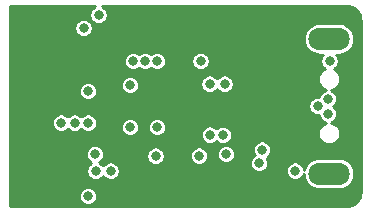
<source format=gbr>
G04 #@! TF.GenerationSoftware,KiCad,Pcbnew,5.1.6-c6e7f7d~86~ubuntu20.04.1*
G04 #@! TF.CreationDate,2020-05-29T14:13:17+02:00*
G04 #@! TF.ProjectId,atari-usb,61746172-692d-4757-9362-2e6b69636164,rev?*
G04 #@! TF.SameCoordinates,Original*
G04 #@! TF.FileFunction,Copper,L3,Inr*
G04 #@! TF.FilePolarity,Positive*
%FSLAX46Y46*%
G04 Gerber Fmt 4.6, Leading zero omitted, Abs format (unit mm)*
G04 Created by KiCad (PCBNEW 5.1.6-c6e7f7d~86~ubuntu20.04.1) date 2020-05-29 14:13:17*
%MOMM*%
%LPD*%
G01*
G04 APERTURE LIST*
G04 #@! TA.AperFunction,ViaPad*
%ADD10O,3.500000X1.900000*%
G04 #@! TD*
G04 #@! TA.AperFunction,ViaPad*
%ADD11C,0.800000*%
G04 #@! TD*
G04 #@! TA.AperFunction,Conductor*
%ADD12C,0.254000*%
G04 #@! TD*
G04 APERTURE END LIST*
D10*
X149310000Y-90155000D03*
X149310000Y-78755000D03*
D11*
X149225000Y-85090000D03*
X149225000Y-83820000D03*
X148336000Y-84455000D03*
X140462000Y-82550000D03*
X126619000Y-85852000D03*
X128905000Y-92075000D03*
X129794000Y-76708000D03*
X132715012Y-80645000D03*
X139192000Y-82550000D03*
X130810000Y-89916000D03*
X146431000Y-89916000D03*
X149352000Y-80645000D03*
X134620000Y-88646000D03*
X138303000Y-88646000D03*
X126619000Y-83185000D03*
X133604000Y-76708000D03*
X144018000Y-76835000D03*
X143129000Y-76835000D03*
X144780000Y-92075000D03*
X130556000Y-90932000D03*
X143891000Y-79375000D03*
X140589000Y-88519000D03*
X134747000Y-80645000D03*
X129540000Y-89916000D03*
X129474998Y-88519000D03*
X133735653Y-80649653D03*
X127762000Y-85852000D03*
X128905000Y-85852000D03*
X128905000Y-83185000D03*
X128524000Y-77851000D03*
X132461000Y-82677000D03*
X134747000Y-86233000D03*
X139207997Y-86868012D03*
X132461000Y-86233000D03*
X143383000Y-89281000D03*
X140308961Y-86882423D03*
X143637000Y-88138000D03*
X138430000Y-80645000D03*
D12*
G36*
X129424058Y-76015887D02*
G01*
X129296141Y-76101358D01*
X129187358Y-76210141D01*
X129101887Y-76338058D01*
X129043013Y-76480191D01*
X129013000Y-76631078D01*
X129013000Y-76784922D01*
X129043013Y-76935809D01*
X129101887Y-77077942D01*
X129187358Y-77205859D01*
X129296141Y-77314642D01*
X129424058Y-77400113D01*
X129566191Y-77458987D01*
X129717078Y-77489000D01*
X129870922Y-77489000D01*
X130021809Y-77458987D01*
X130163942Y-77400113D01*
X130291859Y-77314642D01*
X130400642Y-77205859D01*
X130486113Y-77077942D01*
X130544987Y-76935809D01*
X130575000Y-76784922D01*
X130575000Y-76631078D01*
X130544987Y-76480191D01*
X130486113Y-76338058D01*
X130400642Y-76210141D01*
X130291859Y-76101358D01*
X130163942Y-76015887D01*
X130055576Y-75971000D01*
X150729146Y-75971000D01*
X150990442Y-75996620D01*
X151222693Y-76066741D01*
X151436897Y-76180636D01*
X151624898Y-76333966D01*
X151779537Y-76520892D01*
X151894925Y-76734297D01*
X151966664Y-76966050D01*
X151994000Y-77226133D01*
X151994001Y-91674136D01*
X151968380Y-91935442D01*
X151898260Y-92167692D01*
X151784368Y-92381891D01*
X151631036Y-92569896D01*
X151444109Y-92724536D01*
X151230702Y-92839925D01*
X150998951Y-92911664D01*
X150738867Y-92939000D01*
X122326000Y-92939000D01*
X122326000Y-91998078D01*
X128124000Y-91998078D01*
X128124000Y-92151922D01*
X128154013Y-92302809D01*
X128212887Y-92444942D01*
X128298358Y-92572859D01*
X128407141Y-92681642D01*
X128535058Y-92767113D01*
X128677191Y-92825987D01*
X128828078Y-92856000D01*
X128981922Y-92856000D01*
X129132809Y-92825987D01*
X129274942Y-92767113D01*
X129402859Y-92681642D01*
X129511642Y-92572859D01*
X129597113Y-92444942D01*
X129655987Y-92302809D01*
X129686000Y-92151922D01*
X129686000Y-91998078D01*
X129655987Y-91847191D01*
X129597113Y-91705058D01*
X129511642Y-91577141D01*
X129402859Y-91468358D01*
X129274942Y-91382887D01*
X129132809Y-91324013D01*
X128981922Y-91294000D01*
X128828078Y-91294000D01*
X128677191Y-91324013D01*
X128535058Y-91382887D01*
X128407141Y-91468358D01*
X128298358Y-91577141D01*
X128212887Y-91705058D01*
X128154013Y-91847191D01*
X128124000Y-91998078D01*
X122326000Y-91998078D01*
X122326000Y-88442078D01*
X128693998Y-88442078D01*
X128693998Y-88595922D01*
X128724011Y-88746809D01*
X128782885Y-88888942D01*
X128868356Y-89016859D01*
X128977139Y-89125642D01*
X129105056Y-89211113D01*
X129156984Y-89232623D01*
X129042141Y-89309358D01*
X128933358Y-89418141D01*
X128847887Y-89546058D01*
X128789013Y-89688191D01*
X128759000Y-89839078D01*
X128759000Y-89992922D01*
X128789013Y-90143809D01*
X128847887Y-90285942D01*
X128933358Y-90413859D01*
X129042141Y-90522642D01*
X129170058Y-90608113D01*
X129312191Y-90666987D01*
X129463078Y-90697000D01*
X129616922Y-90697000D01*
X129767809Y-90666987D01*
X129909942Y-90608113D01*
X130037859Y-90522642D01*
X130146642Y-90413859D01*
X130175000Y-90371418D01*
X130203358Y-90413859D01*
X130312141Y-90522642D01*
X130440058Y-90608113D01*
X130582191Y-90666987D01*
X130733078Y-90697000D01*
X130886922Y-90697000D01*
X131037809Y-90666987D01*
X131179942Y-90608113D01*
X131307859Y-90522642D01*
X131416642Y-90413859D01*
X131502113Y-90285942D01*
X131560987Y-90143809D01*
X131591000Y-89992922D01*
X131591000Y-89839078D01*
X131560987Y-89688191D01*
X131502113Y-89546058D01*
X131416642Y-89418141D01*
X131307859Y-89309358D01*
X131179942Y-89223887D01*
X131037809Y-89165013D01*
X130886922Y-89135000D01*
X130733078Y-89135000D01*
X130582191Y-89165013D01*
X130440058Y-89223887D01*
X130312141Y-89309358D01*
X130203358Y-89418141D01*
X130175000Y-89460582D01*
X130146642Y-89418141D01*
X130037859Y-89309358D01*
X129909942Y-89223887D01*
X129858014Y-89202377D01*
X129972857Y-89125642D01*
X130081640Y-89016859D01*
X130167111Y-88888942D01*
X130225985Y-88746809D01*
X130255998Y-88595922D01*
X130255998Y-88569078D01*
X133839000Y-88569078D01*
X133839000Y-88722922D01*
X133869013Y-88873809D01*
X133927887Y-89015942D01*
X134013358Y-89143859D01*
X134122141Y-89252642D01*
X134250058Y-89338113D01*
X134392191Y-89396987D01*
X134543078Y-89427000D01*
X134696922Y-89427000D01*
X134847809Y-89396987D01*
X134989942Y-89338113D01*
X135117859Y-89252642D01*
X135226642Y-89143859D01*
X135312113Y-89015942D01*
X135370987Y-88873809D01*
X135401000Y-88722922D01*
X135401000Y-88569078D01*
X137522000Y-88569078D01*
X137522000Y-88722922D01*
X137552013Y-88873809D01*
X137610887Y-89015942D01*
X137696358Y-89143859D01*
X137805141Y-89252642D01*
X137933058Y-89338113D01*
X138075191Y-89396987D01*
X138226078Y-89427000D01*
X138379922Y-89427000D01*
X138530809Y-89396987D01*
X138672942Y-89338113D01*
X138800859Y-89252642D01*
X138909642Y-89143859D01*
X138995113Y-89015942D01*
X139053987Y-88873809D01*
X139084000Y-88722922D01*
X139084000Y-88569078D01*
X139058739Y-88442078D01*
X139808000Y-88442078D01*
X139808000Y-88595922D01*
X139838013Y-88746809D01*
X139896887Y-88888942D01*
X139982358Y-89016859D01*
X140091141Y-89125642D01*
X140219058Y-89211113D01*
X140361191Y-89269987D01*
X140512078Y-89300000D01*
X140665922Y-89300000D01*
X140816809Y-89269987D01*
X140958942Y-89211113D01*
X140969470Y-89204078D01*
X142602000Y-89204078D01*
X142602000Y-89357922D01*
X142632013Y-89508809D01*
X142690887Y-89650942D01*
X142776358Y-89778859D01*
X142885141Y-89887642D01*
X143013058Y-89973113D01*
X143155191Y-90031987D01*
X143306078Y-90062000D01*
X143459922Y-90062000D01*
X143610809Y-90031987D01*
X143752942Y-89973113D01*
X143880859Y-89887642D01*
X143929423Y-89839078D01*
X145650000Y-89839078D01*
X145650000Y-89992922D01*
X145680013Y-90143809D01*
X145738887Y-90285942D01*
X145824358Y-90413859D01*
X145933141Y-90522642D01*
X146061058Y-90608113D01*
X146203191Y-90666987D01*
X146354078Y-90697000D01*
X146507922Y-90697000D01*
X146658809Y-90666987D01*
X146800942Y-90608113D01*
X146928859Y-90522642D01*
X147037642Y-90413859D01*
X147123113Y-90285942D01*
X147173480Y-90164345D01*
X147198259Y-90415922D01*
X147274367Y-90666816D01*
X147397959Y-90898042D01*
X147564287Y-91100713D01*
X147766958Y-91267041D01*
X147998184Y-91390633D01*
X148249078Y-91466741D01*
X148444615Y-91486000D01*
X150175385Y-91486000D01*
X150370922Y-91466741D01*
X150621816Y-91390633D01*
X150853042Y-91267041D01*
X151055713Y-91100713D01*
X151222041Y-90898042D01*
X151345633Y-90666816D01*
X151421741Y-90415922D01*
X151447440Y-90155000D01*
X151421741Y-89894078D01*
X151345633Y-89643184D01*
X151222041Y-89411958D01*
X151055713Y-89209287D01*
X150853042Y-89042959D01*
X150621816Y-88919367D01*
X150370922Y-88843259D01*
X150175385Y-88824000D01*
X148444615Y-88824000D01*
X148249078Y-88843259D01*
X147998184Y-88919367D01*
X147766958Y-89042959D01*
X147564287Y-89209287D01*
X147397959Y-89411958D01*
X147274367Y-89643184D01*
X147212000Y-89848780D01*
X147212000Y-89839078D01*
X147181987Y-89688191D01*
X147123113Y-89546058D01*
X147037642Y-89418141D01*
X146928859Y-89309358D01*
X146800942Y-89223887D01*
X146658809Y-89165013D01*
X146507922Y-89135000D01*
X146354078Y-89135000D01*
X146203191Y-89165013D01*
X146061058Y-89223887D01*
X145933141Y-89309358D01*
X145824358Y-89418141D01*
X145738887Y-89546058D01*
X145680013Y-89688191D01*
X145650000Y-89839078D01*
X143929423Y-89839078D01*
X143989642Y-89778859D01*
X144075113Y-89650942D01*
X144133987Y-89508809D01*
X144164000Y-89357922D01*
X144164000Y-89204078D01*
X144133987Y-89053191D01*
X144075113Y-88911058D01*
X144016680Y-88823606D01*
X144134859Y-88744642D01*
X144243642Y-88635859D01*
X144329113Y-88507942D01*
X144387987Y-88365809D01*
X144418000Y-88214922D01*
X144418000Y-88061078D01*
X144387987Y-87910191D01*
X144329113Y-87768058D01*
X144243642Y-87640141D01*
X144134859Y-87531358D01*
X144006942Y-87445887D01*
X143864809Y-87387013D01*
X143713922Y-87357000D01*
X143560078Y-87357000D01*
X143409191Y-87387013D01*
X143267058Y-87445887D01*
X143139141Y-87531358D01*
X143030358Y-87640141D01*
X142944887Y-87768058D01*
X142886013Y-87910191D01*
X142856000Y-88061078D01*
X142856000Y-88214922D01*
X142886013Y-88365809D01*
X142944887Y-88507942D01*
X143003320Y-88595394D01*
X142885141Y-88674358D01*
X142776358Y-88783141D01*
X142690887Y-88911058D01*
X142632013Y-89053191D01*
X142602000Y-89204078D01*
X140969470Y-89204078D01*
X141086859Y-89125642D01*
X141195642Y-89016859D01*
X141281113Y-88888942D01*
X141339987Y-88746809D01*
X141370000Y-88595922D01*
X141370000Y-88442078D01*
X141339987Y-88291191D01*
X141281113Y-88149058D01*
X141195642Y-88021141D01*
X141086859Y-87912358D01*
X140958942Y-87826887D01*
X140816809Y-87768013D01*
X140665922Y-87738000D01*
X140512078Y-87738000D01*
X140361191Y-87768013D01*
X140219058Y-87826887D01*
X140091141Y-87912358D01*
X139982358Y-88021141D01*
X139896887Y-88149058D01*
X139838013Y-88291191D01*
X139808000Y-88442078D01*
X139058739Y-88442078D01*
X139053987Y-88418191D01*
X138995113Y-88276058D01*
X138909642Y-88148141D01*
X138800859Y-88039358D01*
X138672942Y-87953887D01*
X138530809Y-87895013D01*
X138379922Y-87865000D01*
X138226078Y-87865000D01*
X138075191Y-87895013D01*
X137933058Y-87953887D01*
X137805141Y-88039358D01*
X137696358Y-88148141D01*
X137610887Y-88276058D01*
X137552013Y-88418191D01*
X137522000Y-88569078D01*
X135401000Y-88569078D01*
X135370987Y-88418191D01*
X135312113Y-88276058D01*
X135226642Y-88148141D01*
X135117859Y-88039358D01*
X134989942Y-87953887D01*
X134847809Y-87895013D01*
X134696922Y-87865000D01*
X134543078Y-87865000D01*
X134392191Y-87895013D01*
X134250058Y-87953887D01*
X134122141Y-88039358D01*
X134013358Y-88148141D01*
X133927887Y-88276058D01*
X133869013Y-88418191D01*
X133839000Y-88569078D01*
X130255998Y-88569078D01*
X130255998Y-88442078D01*
X130225985Y-88291191D01*
X130167111Y-88149058D01*
X130081640Y-88021141D01*
X129972857Y-87912358D01*
X129844940Y-87826887D01*
X129702807Y-87768013D01*
X129551920Y-87738000D01*
X129398076Y-87738000D01*
X129247189Y-87768013D01*
X129105056Y-87826887D01*
X128977139Y-87912358D01*
X128868356Y-88021141D01*
X128782885Y-88149058D01*
X128724011Y-88291191D01*
X128693998Y-88442078D01*
X122326000Y-88442078D01*
X122326000Y-85775078D01*
X125838000Y-85775078D01*
X125838000Y-85928922D01*
X125868013Y-86079809D01*
X125926887Y-86221942D01*
X126012358Y-86349859D01*
X126121141Y-86458642D01*
X126249058Y-86544113D01*
X126391191Y-86602987D01*
X126542078Y-86633000D01*
X126695922Y-86633000D01*
X126846809Y-86602987D01*
X126988942Y-86544113D01*
X127116859Y-86458642D01*
X127190500Y-86385001D01*
X127264141Y-86458642D01*
X127392058Y-86544113D01*
X127534191Y-86602987D01*
X127685078Y-86633000D01*
X127838922Y-86633000D01*
X127989809Y-86602987D01*
X128131942Y-86544113D01*
X128259859Y-86458642D01*
X128333500Y-86385001D01*
X128407141Y-86458642D01*
X128535058Y-86544113D01*
X128677191Y-86602987D01*
X128828078Y-86633000D01*
X128981922Y-86633000D01*
X129132809Y-86602987D01*
X129274942Y-86544113D01*
X129402859Y-86458642D01*
X129511642Y-86349859D01*
X129597113Y-86221942D01*
X129624395Y-86156078D01*
X131680000Y-86156078D01*
X131680000Y-86309922D01*
X131710013Y-86460809D01*
X131768887Y-86602942D01*
X131854358Y-86730859D01*
X131963141Y-86839642D01*
X132091058Y-86925113D01*
X132233191Y-86983987D01*
X132384078Y-87014000D01*
X132537922Y-87014000D01*
X132688809Y-86983987D01*
X132830942Y-86925113D01*
X132958859Y-86839642D01*
X133067642Y-86730859D01*
X133153113Y-86602942D01*
X133211987Y-86460809D01*
X133242000Y-86309922D01*
X133242000Y-86156078D01*
X133966000Y-86156078D01*
X133966000Y-86309922D01*
X133996013Y-86460809D01*
X134054887Y-86602942D01*
X134140358Y-86730859D01*
X134249141Y-86839642D01*
X134377058Y-86925113D01*
X134519191Y-86983987D01*
X134670078Y-87014000D01*
X134823922Y-87014000D01*
X134974809Y-86983987D01*
X135116942Y-86925113D01*
X135244859Y-86839642D01*
X135293411Y-86791090D01*
X138426997Y-86791090D01*
X138426997Y-86944934D01*
X138457010Y-87095821D01*
X138515884Y-87237954D01*
X138601355Y-87365871D01*
X138710138Y-87474654D01*
X138838055Y-87560125D01*
X138980188Y-87618999D01*
X139131075Y-87649012D01*
X139284919Y-87649012D01*
X139435806Y-87618999D01*
X139577939Y-87560125D01*
X139705856Y-87474654D01*
X139751274Y-87429237D01*
X139811102Y-87489065D01*
X139939019Y-87574536D01*
X140081152Y-87633410D01*
X140232039Y-87663423D01*
X140385883Y-87663423D01*
X140536770Y-87633410D01*
X140678903Y-87574536D01*
X140806820Y-87489065D01*
X140915603Y-87380282D01*
X141001074Y-87252365D01*
X141059948Y-87110232D01*
X141089961Y-86959345D01*
X141089961Y-86805501D01*
X141059948Y-86654614D01*
X141001074Y-86512481D01*
X140915603Y-86384564D01*
X140806820Y-86275781D01*
X140678903Y-86190310D01*
X140536770Y-86131436D01*
X140385883Y-86101423D01*
X140232039Y-86101423D01*
X140081152Y-86131436D01*
X139939019Y-86190310D01*
X139811102Y-86275781D01*
X139765685Y-86321199D01*
X139705856Y-86261370D01*
X139577939Y-86175899D01*
X139435806Y-86117025D01*
X139284919Y-86087012D01*
X139131075Y-86087012D01*
X138980188Y-86117025D01*
X138838055Y-86175899D01*
X138710138Y-86261370D01*
X138601355Y-86370153D01*
X138515884Y-86498070D01*
X138457010Y-86640203D01*
X138426997Y-86791090D01*
X135293411Y-86791090D01*
X135353642Y-86730859D01*
X135439113Y-86602942D01*
X135497987Y-86460809D01*
X135528000Y-86309922D01*
X135528000Y-86156078D01*
X135497987Y-86005191D01*
X135439113Y-85863058D01*
X135353642Y-85735141D01*
X135244859Y-85626358D01*
X135116942Y-85540887D01*
X134974809Y-85482013D01*
X134823922Y-85452000D01*
X134670078Y-85452000D01*
X134519191Y-85482013D01*
X134377058Y-85540887D01*
X134249141Y-85626358D01*
X134140358Y-85735141D01*
X134054887Y-85863058D01*
X133996013Y-86005191D01*
X133966000Y-86156078D01*
X133242000Y-86156078D01*
X133211987Y-86005191D01*
X133153113Y-85863058D01*
X133067642Y-85735141D01*
X132958859Y-85626358D01*
X132830942Y-85540887D01*
X132688809Y-85482013D01*
X132537922Y-85452000D01*
X132384078Y-85452000D01*
X132233191Y-85482013D01*
X132091058Y-85540887D01*
X131963141Y-85626358D01*
X131854358Y-85735141D01*
X131768887Y-85863058D01*
X131710013Y-86005191D01*
X131680000Y-86156078D01*
X129624395Y-86156078D01*
X129655987Y-86079809D01*
X129686000Y-85928922D01*
X129686000Y-85775078D01*
X129655987Y-85624191D01*
X129597113Y-85482058D01*
X129511642Y-85354141D01*
X129402859Y-85245358D01*
X129274942Y-85159887D01*
X129132809Y-85101013D01*
X128981922Y-85071000D01*
X128828078Y-85071000D01*
X128677191Y-85101013D01*
X128535058Y-85159887D01*
X128407141Y-85245358D01*
X128333500Y-85318999D01*
X128259859Y-85245358D01*
X128131942Y-85159887D01*
X127989809Y-85101013D01*
X127838922Y-85071000D01*
X127685078Y-85071000D01*
X127534191Y-85101013D01*
X127392058Y-85159887D01*
X127264141Y-85245358D01*
X127190500Y-85318999D01*
X127116859Y-85245358D01*
X126988942Y-85159887D01*
X126846809Y-85101013D01*
X126695922Y-85071000D01*
X126542078Y-85071000D01*
X126391191Y-85101013D01*
X126249058Y-85159887D01*
X126121141Y-85245358D01*
X126012358Y-85354141D01*
X125926887Y-85482058D01*
X125868013Y-85624191D01*
X125838000Y-85775078D01*
X122326000Y-85775078D01*
X122326000Y-83108078D01*
X128124000Y-83108078D01*
X128124000Y-83261922D01*
X128154013Y-83412809D01*
X128212887Y-83554942D01*
X128298358Y-83682859D01*
X128407141Y-83791642D01*
X128535058Y-83877113D01*
X128677191Y-83935987D01*
X128828078Y-83966000D01*
X128981922Y-83966000D01*
X129132809Y-83935987D01*
X129274942Y-83877113D01*
X129402859Y-83791642D01*
X129511642Y-83682859D01*
X129597113Y-83554942D01*
X129655987Y-83412809D01*
X129686000Y-83261922D01*
X129686000Y-83108078D01*
X129655987Y-82957191D01*
X129597113Y-82815058D01*
X129511642Y-82687141D01*
X129424579Y-82600078D01*
X131680000Y-82600078D01*
X131680000Y-82753922D01*
X131710013Y-82904809D01*
X131768887Y-83046942D01*
X131854358Y-83174859D01*
X131963141Y-83283642D01*
X132091058Y-83369113D01*
X132233191Y-83427987D01*
X132384078Y-83458000D01*
X132537922Y-83458000D01*
X132688809Y-83427987D01*
X132830942Y-83369113D01*
X132958859Y-83283642D01*
X133067642Y-83174859D01*
X133153113Y-83046942D01*
X133211987Y-82904809D01*
X133242000Y-82753922D01*
X133242000Y-82600078D01*
X133216739Y-82473078D01*
X138411000Y-82473078D01*
X138411000Y-82626922D01*
X138441013Y-82777809D01*
X138499887Y-82919942D01*
X138585358Y-83047859D01*
X138694141Y-83156642D01*
X138822058Y-83242113D01*
X138964191Y-83300987D01*
X139115078Y-83331000D01*
X139268922Y-83331000D01*
X139419809Y-83300987D01*
X139561942Y-83242113D01*
X139689859Y-83156642D01*
X139798642Y-83047859D01*
X139827000Y-83005418D01*
X139855358Y-83047859D01*
X139964141Y-83156642D01*
X140092058Y-83242113D01*
X140234191Y-83300987D01*
X140385078Y-83331000D01*
X140538922Y-83331000D01*
X140689809Y-83300987D01*
X140831942Y-83242113D01*
X140959859Y-83156642D01*
X141068642Y-83047859D01*
X141154113Y-82919942D01*
X141212987Y-82777809D01*
X141243000Y-82626922D01*
X141243000Y-82473078D01*
X141212987Y-82322191D01*
X141154113Y-82180058D01*
X141068642Y-82052141D01*
X140959859Y-81943358D01*
X140831942Y-81857887D01*
X140689809Y-81799013D01*
X140538922Y-81769000D01*
X140385078Y-81769000D01*
X140234191Y-81799013D01*
X140092058Y-81857887D01*
X139964141Y-81943358D01*
X139855358Y-82052141D01*
X139827000Y-82094582D01*
X139798642Y-82052141D01*
X139689859Y-81943358D01*
X139561942Y-81857887D01*
X139419809Y-81799013D01*
X139268922Y-81769000D01*
X139115078Y-81769000D01*
X138964191Y-81799013D01*
X138822058Y-81857887D01*
X138694141Y-81943358D01*
X138585358Y-82052141D01*
X138499887Y-82180058D01*
X138441013Y-82322191D01*
X138411000Y-82473078D01*
X133216739Y-82473078D01*
X133211987Y-82449191D01*
X133153113Y-82307058D01*
X133067642Y-82179141D01*
X132958859Y-82070358D01*
X132830942Y-81984887D01*
X132688809Y-81926013D01*
X132537922Y-81896000D01*
X132384078Y-81896000D01*
X132233191Y-81926013D01*
X132091058Y-81984887D01*
X131963141Y-82070358D01*
X131854358Y-82179141D01*
X131768887Y-82307058D01*
X131710013Y-82449191D01*
X131680000Y-82600078D01*
X129424579Y-82600078D01*
X129402859Y-82578358D01*
X129274942Y-82492887D01*
X129132809Y-82434013D01*
X128981922Y-82404000D01*
X128828078Y-82404000D01*
X128677191Y-82434013D01*
X128535058Y-82492887D01*
X128407141Y-82578358D01*
X128298358Y-82687141D01*
X128212887Y-82815058D01*
X128154013Y-82957191D01*
X128124000Y-83108078D01*
X122326000Y-83108078D01*
X122326000Y-80568078D01*
X131934012Y-80568078D01*
X131934012Y-80721922D01*
X131964025Y-80872809D01*
X132022899Y-81014942D01*
X132108370Y-81142859D01*
X132217153Y-81251642D01*
X132345070Y-81337113D01*
X132487203Y-81395987D01*
X132638090Y-81426000D01*
X132791934Y-81426000D01*
X132942821Y-81395987D01*
X133084954Y-81337113D01*
X133212871Y-81251642D01*
X133223006Y-81241507D01*
X133237794Y-81256295D01*
X133365711Y-81341766D01*
X133507844Y-81400640D01*
X133658731Y-81430653D01*
X133812575Y-81430653D01*
X133963462Y-81400640D01*
X134105595Y-81341766D01*
X134233512Y-81256295D01*
X134243653Y-81246154D01*
X134249141Y-81251642D01*
X134377058Y-81337113D01*
X134519191Y-81395987D01*
X134670078Y-81426000D01*
X134823922Y-81426000D01*
X134974809Y-81395987D01*
X135116942Y-81337113D01*
X135244859Y-81251642D01*
X135353642Y-81142859D01*
X135439113Y-81014942D01*
X135497987Y-80872809D01*
X135528000Y-80721922D01*
X135528000Y-80568078D01*
X137649000Y-80568078D01*
X137649000Y-80721922D01*
X137679013Y-80872809D01*
X137737887Y-81014942D01*
X137823358Y-81142859D01*
X137932141Y-81251642D01*
X138060058Y-81337113D01*
X138202191Y-81395987D01*
X138353078Y-81426000D01*
X138506922Y-81426000D01*
X138657809Y-81395987D01*
X138799942Y-81337113D01*
X138927859Y-81251642D01*
X139036642Y-81142859D01*
X139122113Y-81014942D01*
X139180987Y-80872809D01*
X139211000Y-80721922D01*
X139211000Y-80568078D01*
X139180987Y-80417191D01*
X139122113Y-80275058D01*
X139036642Y-80147141D01*
X138927859Y-80038358D01*
X138799942Y-79952887D01*
X138657809Y-79894013D01*
X138506922Y-79864000D01*
X138353078Y-79864000D01*
X138202191Y-79894013D01*
X138060058Y-79952887D01*
X137932141Y-80038358D01*
X137823358Y-80147141D01*
X137737887Y-80275058D01*
X137679013Y-80417191D01*
X137649000Y-80568078D01*
X135528000Y-80568078D01*
X135497987Y-80417191D01*
X135439113Y-80275058D01*
X135353642Y-80147141D01*
X135244859Y-80038358D01*
X135116942Y-79952887D01*
X134974809Y-79894013D01*
X134823922Y-79864000D01*
X134670078Y-79864000D01*
X134519191Y-79894013D01*
X134377058Y-79952887D01*
X134249141Y-80038358D01*
X134239000Y-80048499D01*
X134233512Y-80043011D01*
X134105595Y-79957540D01*
X133963462Y-79898666D01*
X133812575Y-79868653D01*
X133658731Y-79868653D01*
X133507844Y-79898666D01*
X133365711Y-79957540D01*
X133237794Y-80043011D01*
X133227659Y-80053146D01*
X133212871Y-80038358D01*
X133084954Y-79952887D01*
X132942821Y-79894013D01*
X132791934Y-79864000D01*
X132638090Y-79864000D01*
X132487203Y-79894013D01*
X132345070Y-79952887D01*
X132217153Y-80038358D01*
X132108370Y-80147141D01*
X132022899Y-80275058D01*
X131964025Y-80417191D01*
X131934012Y-80568078D01*
X122326000Y-80568078D01*
X122326000Y-78755000D01*
X147172560Y-78755000D01*
X147198259Y-79015922D01*
X147274367Y-79266816D01*
X147397959Y-79498042D01*
X147564287Y-79700713D01*
X147766958Y-79867041D01*
X147998184Y-79990633D01*
X148249078Y-80066741D01*
X148444615Y-80086000D01*
X148806499Y-80086000D01*
X148745358Y-80147141D01*
X148659887Y-80275058D01*
X148601013Y-80417191D01*
X148571000Y-80568078D01*
X148571000Y-80721922D01*
X148601013Y-80872809D01*
X148659887Y-81014942D01*
X148745358Y-81142859D01*
X148854141Y-81251642D01*
X148932185Y-81303789D01*
X148869006Y-81329958D01*
X148716522Y-81431845D01*
X148586845Y-81561522D01*
X148484958Y-81714006D01*
X148414778Y-81883437D01*
X148379000Y-82063304D01*
X148379000Y-82246696D01*
X148414778Y-82426563D01*
X148484958Y-82595994D01*
X148586845Y-82748478D01*
X148716522Y-82878155D01*
X148869006Y-82980042D01*
X149038437Y-83050222D01*
X149065049Y-83055515D01*
X148997191Y-83069013D01*
X148855058Y-83127887D01*
X148727141Y-83213358D01*
X148618358Y-83322141D01*
X148532887Y-83450058D01*
X148474013Y-83592191D01*
X148456035Y-83682576D01*
X148412922Y-83674000D01*
X148259078Y-83674000D01*
X148108191Y-83704013D01*
X147966058Y-83762887D01*
X147838141Y-83848358D01*
X147729358Y-83957141D01*
X147643887Y-84085058D01*
X147585013Y-84227191D01*
X147555000Y-84378078D01*
X147555000Y-84531922D01*
X147585013Y-84682809D01*
X147643887Y-84824942D01*
X147729358Y-84952859D01*
X147838141Y-85061642D01*
X147966058Y-85147113D01*
X148108191Y-85205987D01*
X148259078Y-85236000D01*
X148412922Y-85236000D01*
X148456035Y-85227424D01*
X148474013Y-85317809D01*
X148532887Y-85459942D01*
X148618358Y-85587859D01*
X148727141Y-85696642D01*
X148855058Y-85782113D01*
X148997191Y-85840987D01*
X149065049Y-85854485D01*
X149038437Y-85859778D01*
X148869006Y-85929958D01*
X148716522Y-86031845D01*
X148586845Y-86161522D01*
X148484958Y-86314006D01*
X148414778Y-86483437D01*
X148379000Y-86663304D01*
X148379000Y-86846696D01*
X148414778Y-87026563D01*
X148484958Y-87195994D01*
X148586845Y-87348478D01*
X148716522Y-87478155D01*
X148869006Y-87580042D01*
X149038437Y-87650222D01*
X149218304Y-87686000D01*
X149401696Y-87686000D01*
X149581563Y-87650222D01*
X149750994Y-87580042D01*
X149903478Y-87478155D01*
X150033155Y-87348478D01*
X150135042Y-87195994D01*
X150205222Y-87026563D01*
X150241000Y-86846696D01*
X150241000Y-86663304D01*
X150205222Y-86483437D01*
X150135042Y-86314006D01*
X150033155Y-86161522D01*
X149903478Y-86031845D01*
X149750994Y-85929958D01*
X149581563Y-85859778D01*
X149463932Y-85836380D01*
X149594942Y-85782113D01*
X149722859Y-85696642D01*
X149831642Y-85587859D01*
X149917113Y-85459942D01*
X149975987Y-85317809D01*
X150006000Y-85166922D01*
X150006000Y-85013078D01*
X149975987Y-84862191D01*
X149917113Y-84720058D01*
X149831642Y-84592141D01*
X149722859Y-84483358D01*
X149680418Y-84455000D01*
X149722859Y-84426642D01*
X149831642Y-84317859D01*
X149917113Y-84189942D01*
X149975987Y-84047809D01*
X150006000Y-83896922D01*
X150006000Y-83743078D01*
X149975987Y-83592191D01*
X149917113Y-83450058D01*
X149831642Y-83322141D01*
X149722859Y-83213358D01*
X149594942Y-83127887D01*
X149463932Y-83073620D01*
X149581563Y-83050222D01*
X149750994Y-82980042D01*
X149903478Y-82878155D01*
X150033155Y-82748478D01*
X150135042Y-82595994D01*
X150205222Y-82426563D01*
X150241000Y-82246696D01*
X150241000Y-82063304D01*
X150205222Y-81883437D01*
X150135042Y-81714006D01*
X150033155Y-81561522D01*
X149903478Y-81431845D01*
X149750994Y-81329958D01*
X149739670Y-81325268D01*
X149849859Y-81251642D01*
X149958642Y-81142859D01*
X150044113Y-81014942D01*
X150102987Y-80872809D01*
X150133000Y-80721922D01*
X150133000Y-80568078D01*
X150102987Y-80417191D01*
X150044113Y-80275058D01*
X149958642Y-80147141D01*
X149897501Y-80086000D01*
X150175385Y-80086000D01*
X150370922Y-80066741D01*
X150621816Y-79990633D01*
X150853042Y-79867041D01*
X151055713Y-79700713D01*
X151222041Y-79498042D01*
X151345633Y-79266816D01*
X151421741Y-79015922D01*
X151447440Y-78755000D01*
X151421741Y-78494078D01*
X151345633Y-78243184D01*
X151222041Y-78011958D01*
X151055713Y-77809287D01*
X150853042Y-77642959D01*
X150621816Y-77519367D01*
X150370922Y-77443259D01*
X150175385Y-77424000D01*
X148444615Y-77424000D01*
X148249078Y-77443259D01*
X147998184Y-77519367D01*
X147766958Y-77642959D01*
X147564287Y-77809287D01*
X147397959Y-78011958D01*
X147274367Y-78243184D01*
X147198259Y-78494078D01*
X147172560Y-78755000D01*
X122326000Y-78755000D01*
X122326000Y-77774078D01*
X127743000Y-77774078D01*
X127743000Y-77927922D01*
X127773013Y-78078809D01*
X127831887Y-78220942D01*
X127917358Y-78348859D01*
X128026141Y-78457642D01*
X128154058Y-78543113D01*
X128296191Y-78601987D01*
X128447078Y-78632000D01*
X128600922Y-78632000D01*
X128751809Y-78601987D01*
X128893942Y-78543113D01*
X129021859Y-78457642D01*
X129130642Y-78348859D01*
X129216113Y-78220942D01*
X129274987Y-78078809D01*
X129305000Y-77927922D01*
X129305000Y-77774078D01*
X129274987Y-77623191D01*
X129216113Y-77481058D01*
X129130642Y-77353141D01*
X129021859Y-77244358D01*
X128893942Y-77158887D01*
X128751809Y-77100013D01*
X128600922Y-77070000D01*
X128447078Y-77070000D01*
X128296191Y-77100013D01*
X128154058Y-77158887D01*
X128026141Y-77244358D01*
X127917358Y-77353141D01*
X127831887Y-77481058D01*
X127773013Y-77623191D01*
X127743000Y-77774078D01*
X122326000Y-77774078D01*
X122326000Y-75971000D01*
X129532424Y-75971000D01*
X129424058Y-76015887D01*
G37*
X129424058Y-76015887D02*
X129296141Y-76101358D01*
X129187358Y-76210141D01*
X129101887Y-76338058D01*
X129043013Y-76480191D01*
X129013000Y-76631078D01*
X129013000Y-76784922D01*
X129043013Y-76935809D01*
X129101887Y-77077942D01*
X129187358Y-77205859D01*
X129296141Y-77314642D01*
X129424058Y-77400113D01*
X129566191Y-77458987D01*
X129717078Y-77489000D01*
X129870922Y-77489000D01*
X130021809Y-77458987D01*
X130163942Y-77400113D01*
X130291859Y-77314642D01*
X130400642Y-77205859D01*
X130486113Y-77077942D01*
X130544987Y-76935809D01*
X130575000Y-76784922D01*
X130575000Y-76631078D01*
X130544987Y-76480191D01*
X130486113Y-76338058D01*
X130400642Y-76210141D01*
X130291859Y-76101358D01*
X130163942Y-76015887D01*
X130055576Y-75971000D01*
X150729146Y-75971000D01*
X150990442Y-75996620D01*
X151222693Y-76066741D01*
X151436897Y-76180636D01*
X151624898Y-76333966D01*
X151779537Y-76520892D01*
X151894925Y-76734297D01*
X151966664Y-76966050D01*
X151994000Y-77226133D01*
X151994001Y-91674136D01*
X151968380Y-91935442D01*
X151898260Y-92167692D01*
X151784368Y-92381891D01*
X151631036Y-92569896D01*
X151444109Y-92724536D01*
X151230702Y-92839925D01*
X150998951Y-92911664D01*
X150738867Y-92939000D01*
X122326000Y-92939000D01*
X122326000Y-91998078D01*
X128124000Y-91998078D01*
X128124000Y-92151922D01*
X128154013Y-92302809D01*
X128212887Y-92444942D01*
X128298358Y-92572859D01*
X128407141Y-92681642D01*
X128535058Y-92767113D01*
X128677191Y-92825987D01*
X128828078Y-92856000D01*
X128981922Y-92856000D01*
X129132809Y-92825987D01*
X129274942Y-92767113D01*
X129402859Y-92681642D01*
X129511642Y-92572859D01*
X129597113Y-92444942D01*
X129655987Y-92302809D01*
X129686000Y-92151922D01*
X129686000Y-91998078D01*
X129655987Y-91847191D01*
X129597113Y-91705058D01*
X129511642Y-91577141D01*
X129402859Y-91468358D01*
X129274942Y-91382887D01*
X129132809Y-91324013D01*
X128981922Y-91294000D01*
X128828078Y-91294000D01*
X128677191Y-91324013D01*
X128535058Y-91382887D01*
X128407141Y-91468358D01*
X128298358Y-91577141D01*
X128212887Y-91705058D01*
X128154013Y-91847191D01*
X128124000Y-91998078D01*
X122326000Y-91998078D01*
X122326000Y-88442078D01*
X128693998Y-88442078D01*
X128693998Y-88595922D01*
X128724011Y-88746809D01*
X128782885Y-88888942D01*
X128868356Y-89016859D01*
X128977139Y-89125642D01*
X129105056Y-89211113D01*
X129156984Y-89232623D01*
X129042141Y-89309358D01*
X128933358Y-89418141D01*
X128847887Y-89546058D01*
X128789013Y-89688191D01*
X128759000Y-89839078D01*
X128759000Y-89992922D01*
X128789013Y-90143809D01*
X128847887Y-90285942D01*
X128933358Y-90413859D01*
X129042141Y-90522642D01*
X129170058Y-90608113D01*
X129312191Y-90666987D01*
X129463078Y-90697000D01*
X129616922Y-90697000D01*
X129767809Y-90666987D01*
X129909942Y-90608113D01*
X130037859Y-90522642D01*
X130146642Y-90413859D01*
X130175000Y-90371418D01*
X130203358Y-90413859D01*
X130312141Y-90522642D01*
X130440058Y-90608113D01*
X130582191Y-90666987D01*
X130733078Y-90697000D01*
X130886922Y-90697000D01*
X131037809Y-90666987D01*
X131179942Y-90608113D01*
X131307859Y-90522642D01*
X131416642Y-90413859D01*
X131502113Y-90285942D01*
X131560987Y-90143809D01*
X131591000Y-89992922D01*
X131591000Y-89839078D01*
X131560987Y-89688191D01*
X131502113Y-89546058D01*
X131416642Y-89418141D01*
X131307859Y-89309358D01*
X131179942Y-89223887D01*
X131037809Y-89165013D01*
X130886922Y-89135000D01*
X130733078Y-89135000D01*
X130582191Y-89165013D01*
X130440058Y-89223887D01*
X130312141Y-89309358D01*
X130203358Y-89418141D01*
X130175000Y-89460582D01*
X130146642Y-89418141D01*
X130037859Y-89309358D01*
X129909942Y-89223887D01*
X129858014Y-89202377D01*
X129972857Y-89125642D01*
X130081640Y-89016859D01*
X130167111Y-88888942D01*
X130225985Y-88746809D01*
X130255998Y-88595922D01*
X130255998Y-88569078D01*
X133839000Y-88569078D01*
X133839000Y-88722922D01*
X133869013Y-88873809D01*
X133927887Y-89015942D01*
X134013358Y-89143859D01*
X134122141Y-89252642D01*
X134250058Y-89338113D01*
X134392191Y-89396987D01*
X134543078Y-89427000D01*
X134696922Y-89427000D01*
X134847809Y-89396987D01*
X134989942Y-89338113D01*
X135117859Y-89252642D01*
X135226642Y-89143859D01*
X135312113Y-89015942D01*
X135370987Y-88873809D01*
X135401000Y-88722922D01*
X135401000Y-88569078D01*
X137522000Y-88569078D01*
X137522000Y-88722922D01*
X137552013Y-88873809D01*
X137610887Y-89015942D01*
X137696358Y-89143859D01*
X137805141Y-89252642D01*
X137933058Y-89338113D01*
X138075191Y-89396987D01*
X138226078Y-89427000D01*
X138379922Y-89427000D01*
X138530809Y-89396987D01*
X138672942Y-89338113D01*
X138800859Y-89252642D01*
X138909642Y-89143859D01*
X138995113Y-89015942D01*
X139053987Y-88873809D01*
X139084000Y-88722922D01*
X139084000Y-88569078D01*
X139058739Y-88442078D01*
X139808000Y-88442078D01*
X139808000Y-88595922D01*
X139838013Y-88746809D01*
X139896887Y-88888942D01*
X139982358Y-89016859D01*
X140091141Y-89125642D01*
X140219058Y-89211113D01*
X140361191Y-89269987D01*
X140512078Y-89300000D01*
X140665922Y-89300000D01*
X140816809Y-89269987D01*
X140958942Y-89211113D01*
X140969470Y-89204078D01*
X142602000Y-89204078D01*
X142602000Y-89357922D01*
X142632013Y-89508809D01*
X142690887Y-89650942D01*
X142776358Y-89778859D01*
X142885141Y-89887642D01*
X143013058Y-89973113D01*
X143155191Y-90031987D01*
X143306078Y-90062000D01*
X143459922Y-90062000D01*
X143610809Y-90031987D01*
X143752942Y-89973113D01*
X143880859Y-89887642D01*
X143929423Y-89839078D01*
X145650000Y-89839078D01*
X145650000Y-89992922D01*
X145680013Y-90143809D01*
X145738887Y-90285942D01*
X145824358Y-90413859D01*
X145933141Y-90522642D01*
X146061058Y-90608113D01*
X146203191Y-90666987D01*
X146354078Y-90697000D01*
X146507922Y-90697000D01*
X146658809Y-90666987D01*
X146800942Y-90608113D01*
X146928859Y-90522642D01*
X147037642Y-90413859D01*
X147123113Y-90285942D01*
X147173480Y-90164345D01*
X147198259Y-90415922D01*
X147274367Y-90666816D01*
X147397959Y-90898042D01*
X147564287Y-91100713D01*
X147766958Y-91267041D01*
X147998184Y-91390633D01*
X148249078Y-91466741D01*
X148444615Y-91486000D01*
X150175385Y-91486000D01*
X150370922Y-91466741D01*
X150621816Y-91390633D01*
X150853042Y-91267041D01*
X151055713Y-91100713D01*
X151222041Y-90898042D01*
X151345633Y-90666816D01*
X151421741Y-90415922D01*
X151447440Y-90155000D01*
X151421741Y-89894078D01*
X151345633Y-89643184D01*
X151222041Y-89411958D01*
X151055713Y-89209287D01*
X150853042Y-89042959D01*
X150621816Y-88919367D01*
X150370922Y-88843259D01*
X150175385Y-88824000D01*
X148444615Y-88824000D01*
X148249078Y-88843259D01*
X147998184Y-88919367D01*
X147766958Y-89042959D01*
X147564287Y-89209287D01*
X147397959Y-89411958D01*
X147274367Y-89643184D01*
X147212000Y-89848780D01*
X147212000Y-89839078D01*
X147181987Y-89688191D01*
X147123113Y-89546058D01*
X147037642Y-89418141D01*
X146928859Y-89309358D01*
X146800942Y-89223887D01*
X146658809Y-89165013D01*
X146507922Y-89135000D01*
X146354078Y-89135000D01*
X146203191Y-89165013D01*
X146061058Y-89223887D01*
X145933141Y-89309358D01*
X145824358Y-89418141D01*
X145738887Y-89546058D01*
X145680013Y-89688191D01*
X145650000Y-89839078D01*
X143929423Y-89839078D01*
X143989642Y-89778859D01*
X144075113Y-89650942D01*
X144133987Y-89508809D01*
X144164000Y-89357922D01*
X144164000Y-89204078D01*
X144133987Y-89053191D01*
X144075113Y-88911058D01*
X144016680Y-88823606D01*
X144134859Y-88744642D01*
X144243642Y-88635859D01*
X144329113Y-88507942D01*
X144387987Y-88365809D01*
X144418000Y-88214922D01*
X144418000Y-88061078D01*
X144387987Y-87910191D01*
X144329113Y-87768058D01*
X144243642Y-87640141D01*
X144134859Y-87531358D01*
X144006942Y-87445887D01*
X143864809Y-87387013D01*
X143713922Y-87357000D01*
X143560078Y-87357000D01*
X143409191Y-87387013D01*
X143267058Y-87445887D01*
X143139141Y-87531358D01*
X143030358Y-87640141D01*
X142944887Y-87768058D01*
X142886013Y-87910191D01*
X142856000Y-88061078D01*
X142856000Y-88214922D01*
X142886013Y-88365809D01*
X142944887Y-88507942D01*
X143003320Y-88595394D01*
X142885141Y-88674358D01*
X142776358Y-88783141D01*
X142690887Y-88911058D01*
X142632013Y-89053191D01*
X142602000Y-89204078D01*
X140969470Y-89204078D01*
X141086859Y-89125642D01*
X141195642Y-89016859D01*
X141281113Y-88888942D01*
X141339987Y-88746809D01*
X141370000Y-88595922D01*
X141370000Y-88442078D01*
X141339987Y-88291191D01*
X141281113Y-88149058D01*
X141195642Y-88021141D01*
X141086859Y-87912358D01*
X140958942Y-87826887D01*
X140816809Y-87768013D01*
X140665922Y-87738000D01*
X140512078Y-87738000D01*
X140361191Y-87768013D01*
X140219058Y-87826887D01*
X140091141Y-87912358D01*
X139982358Y-88021141D01*
X139896887Y-88149058D01*
X139838013Y-88291191D01*
X139808000Y-88442078D01*
X139058739Y-88442078D01*
X139053987Y-88418191D01*
X138995113Y-88276058D01*
X138909642Y-88148141D01*
X138800859Y-88039358D01*
X138672942Y-87953887D01*
X138530809Y-87895013D01*
X138379922Y-87865000D01*
X138226078Y-87865000D01*
X138075191Y-87895013D01*
X137933058Y-87953887D01*
X137805141Y-88039358D01*
X137696358Y-88148141D01*
X137610887Y-88276058D01*
X137552013Y-88418191D01*
X137522000Y-88569078D01*
X135401000Y-88569078D01*
X135370987Y-88418191D01*
X135312113Y-88276058D01*
X135226642Y-88148141D01*
X135117859Y-88039358D01*
X134989942Y-87953887D01*
X134847809Y-87895013D01*
X134696922Y-87865000D01*
X134543078Y-87865000D01*
X134392191Y-87895013D01*
X134250058Y-87953887D01*
X134122141Y-88039358D01*
X134013358Y-88148141D01*
X133927887Y-88276058D01*
X133869013Y-88418191D01*
X133839000Y-88569078D01*
X130255998Y-88569078D01*
X130255998Y-88442078D01*
X130225985Y-88291191D01*
X130167111Y-88149058D01*
X130081640Y-88021141D01*
X129972857Y-87912358D01*
X129844940Y-87826887D01*
X129702807Y-87768013D01*
X129551920Y-87738000D01*
X129398076Y-87738000D01*
X129247189Y-87768013D01*
X129105056Y-87826887D01*
X128977139Y-87912358D01*
X128868356Y-88021141D01*
X128782885Y-88149058D01*
X128724011Y-88291191D01*
X128693998Y-88442078D01*
X122326000Y-88442078D01*
X122326000Y-85775078D01*
X125838000Y-85775078D01*
X125838000Y-85928922D01*
X125868013Y-86079809D01*
X125926887Y-86221942D01*
X126012358Y-86349859D01*
X126121141Y-86458642D01*
X126249058Y-86544113D01*
X126391191Y-86602987D01*
X126542078Y-86633000D01*
X126695922Y-86633000D01*
X126846809Y-86602987D01*
X126988942Y-86544113D01*
X127116859Y-86458642D01*
X127190500Y-86385001D01*
X127264141Y-86458642D01*
X127392058Y-86544113D01*
X127534191Y-86602987D01*
X127685078Y-86633000D01*
X127838922Y-86633000D01*
X127989809Y-86602987D01*
X128131942Y-86544113D01*
X128259859Y-86458642D01*
X128333500Y-86385001D01*
X128407141Y-86458642D01*
X128535058Y-86544113D01*
X128677191Y-86602987D01*
X128828078Y-86633000D01*
X128981922Y-86633000D01*
X129132809Y-86602987D01*
X129274942Y-86544113D01*
X129402859Y-86458642D01*
X129511642Y-86349859D01*
X129597113Y-86221942D01*
X129624395Y-86156078D01*
X131680000Y-86156078D01*
X131680000Y-86309922D01*
X131710013Y-86460809D01*
X131768887Y-86602942D01*
X131854358Y-86730859D01*
X131963141Y-86839642D01*
X132091058Y-86925113D01*
X132233191Y-86983987D01*
X132384078Y-87014000D01*
X132537922Y-87014000D01*
X132688809Y-86983987D01*
X132830942Y-86925113D01*
X132958859Y-86839642D01*
X133067642Y-86730859D01*
X133153113Y-86602942D01*
X133211987Y-86460809D01*
X133242000Y-86309922D01*
X133242000Y-86156078D01*
X133966000Y-86156078D01*
X133966000Y-86309922D01*
X133996013Y-86460809D01*
X134054887Y-86602942D01*
X134140358Y-86730859D01*
X134249141Y-86839642D01*
X134377058Y-86925113D01*
X134519191Y-86983987D01*
X134670078Y-87014000D01*
X134823922Y-87014000D01*
X134974809Y-86983987D01*
X135116942Y-86925113D01*
X135244859Y-86839642D01*
X135293411Y-86791090D01*
X138426997Y-86791090D01*
X138426997Y-86944934D01*
X138457010Y-87095821D01*
X138515884Y-87237954D01*
X138601355Y-87365871D01*
X138710138Y-87474654D01*
X138838055Y-87560125D01*
X138980188Y-87618999D01*
X139131075Y-87649012D01*
X139284919Y-87649012D01*
X139435806Y-87618999D01*
X139577939Y-87560125D01*
X139705856Y-87474654D01*
X139751274Y-87429237D01*
X139811102Y-87489065D01*
X139939019Y-87574536D01*
X140081152Y-87633410D01*
X140232039Y-87663423D01*
X140385883Y-87663423D01*
X140536770Y-87633410D01*
X140678903Y-87574536D01*
X140806820Y-87489065D01*
X140915603Y-87380282D01*
X141001074Y-87252365D01*
X141059948Y-87110232D01*
X141089961Y-86959345D01*
X141089961Y-86805501D01*
X141059948Y-86654614D01*
X141001074Y-86512481D01*
X140915603Y-86384564D01*
X140806820Y-86275781D01*
X140678903Y-86190310D01*
X140536770Y-86131436D01*
X140385883Y-86101423D01*
X140232039Y-86101423D01*
X140081152Y-86131436D01*
X139939019Y-86190310D01*
X139811102Y-86275781D01*
X139765685Y-86321199D01*
X139705856Y-86261370D01*
X139577939Y-86175899D01*
X139435806Y-86117025D01*
X139284919Y-86087012D01*
X139131075Y-86087012D01*
X138980188Y-86117025D01*
X138838055Y-86175899D01*
X138710138Y-86261370D01*
X138601355Y-86370153D01*
X138515884Y-86498070D01*
X138457010Y-86640203D01*
X138426997Y-86791090D01*
X135293411Y-86791090D01*
X135353642Y-86730859D01*
X135439113Y-86602942D01*
X135497987Y-86460809D01*
X135528000Y-86309922D01*
X135528000Y-86156078D01*
X135497987Y-86005191D01*
X135439113Y-85863058D01*
X135353642Y-85735141D01*
X135244859Y-85626358D01*
X135116942Y-85540887D01*
X134974809Y-85482013D01*
X134823922Y-85452000D01*
X134670078Y-85452000D01*
X134519191Y-85482013D01*
X134377058Y-85540887D01*
X134249141Y-85626358D01*
X134140358Y-85735141D01*
X134054887Y-85863058D01*
X133996013Y-86005191D01*
X133966000Y-86156078D01*
X133242000Y-86156078D01*
X133211987Y-86005191D01*
X133153113Y-85863058D01*
X133067642Y-85735141D01*
X132958859Y-85626358D01*
X132830942Y-85540887D01*
X132688809Y-85482013D01*
X132537922Y-85452000D01*
X132384078Y-85452000D01*
X132233191Y-85482013D01*
X132091058Y-85540887D01*
X131963141Y-85626358D01*
X131854358Y-85735141D01*
X131768887Y-85863058D01*
X131710013Y-86005191D01*
X131680000Y-86156078D01*
X129624395Y-86156078D01*
X129655987Y-86079809D01*
X129686000Y-85928922D01*
X129686000Y-85775078D01*
X129655987Y-85624191D01*
X129597113Y-85482058D01*
X129511642Y-85354141D01*
X129402859Y-85245358D01*
X129274942Y-85159887D01*
X129132809Y-85101013D01*
X128981922Y-85071000D01*
X128828078Y-85071000D01*
X128677191Y-85101013D01*
X128535058Y-85159887D01*
X128407141Y-85245358D01*
X128333500Y-85318999D01*
X128259859Y-85245358D01*
X128131942Y-85159887D01*
X127989809Y-85101013D01*
X127838922Y-85071000D01*
X127685078Y-85071000D01*
X127534191Y-85101013D01*
X127392058Y-85159887D01*
X127264141Y-85245358D01*
X127190500Y-85318999D01*
X127116859Y-85245358D01*
X126988942Y-85159887D01*
X126846809Y-85101013D01*
X126695922Y-85071000D01*
X126542078Y-85071000D01*
X126391191Y-85101013D01*
X126249058Y-85159887D01*
X126121141Y-85245358D01*
X126012358Y-85354141D01*
X125926887Y-85482058D01*
X125868013Y-85624191D01*
X125838000Y-85775078D01*
X122326000Y-85775078D01*
X122326000Y-83108078D01*
X128124000Y-83108078D01*
X128124000Y-83261922D01*
X128154013Y-83412809D01*
X128212887Y-83554942D01*
X128298358Y-83682859D01*
X128407141Y-83791642D01*
X128535058Y-83877113D01*
X128677191Y-83935987D01*
X128828078Y-83966000D01*
X128981922Y-83966000D01*
X129132809Y-83935987D01*
X129274942Y-83877113D01*
X129402859Y-83791642D01*
X129511642Y-83682859D01*
X129597113Y-83554942D01*
X129655987Y-83412809D01*
X129686000Y-83261922D01*
X129686000Y-83108078D01*
X129655987Y-82957191D01*
X129597113Y-82815058D01*
X129511642Y-82687141D01*
X129424579Y-82600078D01*
X131680000Y-82600078D01*
X131680000Y-82753922D01*
X131710013Y-82904809D01*
X131768887Y-83046942D01*
X131854358Y-83174859D01*
X131963141Y-83283642D01*
X132091058Y-83369113D01*
X132233191Y-83427987D01*
X132384078Y-83458000D01*
X132537922Y-83458000D01*
X132688809Y-83427987D01*
X132830942Y-83369113D01*
X132958859Y-83283642D01*
X133067642Y-83174859D01*
X133153113Y-83046942D01*
X133211987Y-82904809D01*
X133242000Y-82753922D01*
X133242000Y-82600078D01*
X133216739Y-82473078D01*
X138411000Y-82473078D01*
X138411000Y-82626922D01*
X138441013Y-82777809D01*
X138499887Y-82919942D01*
X138585358Y-83047859D01*
X138694141Y-83156642D01*
X138822058Y-83242113D01*
X138964191Y-83300987D01*
X139115078Y-83331000D01*
X139268922Y-83331000D01*
X139419809Y-83300987D01*
X139561942Y-83242113D01*
X139689859Y-83156642D01*
X139798642Y-83047859D01*
X139827000Y-83005418D01*
X139855358Y-83047859D01*
X139964141Y-83156642D01*
X140092058Y-83242113D01*
X140234191Y-83300987D01*
X140385078Y-83331000D01*
X140538922Y-83331000D01*
X140689809Y-83300987D01*
X140831942Y-83242113D01*
X140959859Y-83156642D01*
X141068642Y-83047859D01*
X141154113Y-82919942D01*
X141212987Y-82777809D01*
X141243000Y-82626922D01*
X141243000Y-82473078D01*
X141212987Y-82322191D01*
X141154113Y-82180058D01*
X141068642Y-82052141D01*
X140959859Y-81943358D01*
X140831942Y-81857887D01*
X140689809Y-81799013D01*
X140538922Y-81769000D01*
X140385078Y-81769000D01*
X140234191Y-81799013D01*
X140092058Y-81857887D01*
X139964141Y-81943358D01*
X139855358Y-82052141D01*
X139827000Y-82094582D01*
X139798642Y-82052141D01*
X139689859Y-81943358D01*
X139561942Y-81857887D01*
X139419809Y-81799013D01*
X139268922Y-81769000D01*
X139115078Y-81769000D01*
X138964191Y-81799013D01*
X138822058Y-81857887D01*
X138694141Y-81943358D01*
X138585358Y-82052141D01*
X138499887Y-82180058D01*
X138441013Y-82322191D01*
X138411000Y-82473078D01*
X133216739Y-82473078D01*
X133211987Y-82449191D01*
X133153113Y-82307058D01*
X133067642Y-82179141D01*
X132958859Y-82070358D01*
X132830942Y-81984887D01*
X132688809Y-81926013D01*
X132537922Y-81896000D01*
X132384078Y-81896000D01*
X132233191Y-81926013D01*
X132091058Y-81984887D01*
X131963141Y-82070358D01*
X131854358Y-82179141D01*
X131768887Y-82307058D01*
X131710013Y-82449191D01*
X131680000Y-82600078D01*
X129424579Y-82600078D01*
X129402859Y-82578358D01*
X129274942Y-82492887D01*
X129132809Y-82434013D01*
X128981922Y-82404000D01*
X128828078Y-82404000D01*
X128677191Y-82434013D01*
X128535058Y-82492887D01*
X128407141Y-82578358D01*
X128298358Y-82687141D01*
X128212887Y-82815058D01*
X128154013Y-82957191D01*
X128124000Y-83108078D01*
X122326000Y-83108078D01*
X122326000Y-80568078D01*
X131934012Y-80568078D01*
X131934012Y-80721922D01*
X131964025Y-80872809D01*
X132022899Y-81014942D01*
X132108370Y-81142859D01*
X132217153Y-81251642D01*
X132345070Y-81337113D01*
X132487203Y-81395987D01*
X132638090Y-81426000D01*
X132791934Y-81426000D01*
X132942821Y-81395987D01*
X133084954Y-81337113D01*
X133212871Y-81251642D01*
X133223006Y-81241507D01*
X133237794Y-81256295D01*
X133365711Y-81341766D01*
X133507844Y-81400640D01*
X133658731Y-81430653D01*
X133812575Y-81430653D01*
X133963462Y-81400640D01*
X134105595Y-81341766D01*
X134233512Y-81256295D01*
X134243653Y-81246154D01*
X134249141Y-81251642D01*
X134377058Y-81337113D01*
X134519191Y-81395987D01*
X134670078Y-81426000D01*
X134823922Y-81426000D01*
X134974809Y-81395987D01*
X135116942Y-81337113D01*
X135244859Y-81251642D01*
X135353642Y-81142859D01*
X135439113Y-81014942D01*
X135497987Y-80872809D01*
X135528000Y-80721922D01*
X135528000Y-80568078D01*
X137649000Y-80568078D01*
X137649000Y-80721922D01*
X137679013Y-80872809D01*
X137737887Y-81014942D01*
X137823358Y-81142859D01*
X137932141Y-81251642D01*
X138060058Y-81337113D01*
X138202191Y-81395987D01*
X138353078Y-81426000D01*
X138506922Y-81426000D01*
X138657809Y-81395987D01*
X138799942Y-81337113D01*
X138927859Y-81251642D01*
X139036642Y-81142859D01*
X139122113Y-81014942D01*
X139180987Y-80872809D01*
X139211000Y-80721922D01*
X139211000Y-80568078D01*
X139180987Y-80417191D01*
X139122113Y-80275058D01*
X139036642Y-80147141D01*
X138927859Y-80038358D01*
X138799942Y-79952887D01*
X138657809Y-79894013D01*
X138506922Y-79864000D01*
X138353078Y-79864000D01*
X138202191Y-79894013D01*
X138060058Y-79952887D01*
X137932141Y-80038358D01*
X137823358Y-80147141D01*
X137737887Y-80275058D01*
X137679013Y-80417191D01*
X137649000Y-80568078D01*
X135528000Y-80568078D01*
X135497987Y-80417191D01*
X135439113Y-80275058D01*
X135353642Y-80147141D01*
X135244859Y-80038358D01*
X135116942Y-79952887D01*
X134974809Y-79894013D01*
X134823922Y-79864000D01*
X134670078Y-79864000D01*
X134519191Y-79894013D01*
X134377058Y-79952887D01*
X134249141Y-80038358D01*
X134239000Y-80048499D01*
X134233512Y-80043011D01*
X134105595Y-79957540D01*
X133963462Y-79898666D01*
X133812575Y-79868653D01*
X133658731Y-79868653D01*
X133507844Y-79898666D01*
X133365711Y-79957540D01*
X133237794Y-80043011D01*
X133227659Y-80053146D01*
X133212871Y-80038358D01*
X133084954Y-79952887D01*
X132942821Y-79894013D01*
X132791934Y-79864000D01*
X132638090Y-79864000D01*
X132487203Y-79894013D01*
X132345070Y-79952887D01*
X132217153Y-80038358D01*
X132108370Y-80147141D01*
X132022899Y-80275058D01*
X131964025Y-80417191D01*
X131934012Y-80568078D01*
X122326000Y-80568078D01*
X122326000Y-78755000D01*
X147172560Y-78755000D01*
X147198259Y-79015922D01*
X147274367Y-79266816D01*
X147397959Y-79498042D01*
X147564287Y-79700713D01*
X147766958Y-79867041D01*
X147998184Y-79990633D01*
X148249078Y-80066741D01*
X148444615Y-80086000D01*
X148806499Y-80086000D01*
X148745358Y-80147141D01*
X148659887Y-80275058D01*
X148601013Y-80417191D01*
X148571000Y-80568078D01*
X148571000Y-80721922D01*
X148601013Y-80872809D01*
X148659887Y-81014942D01*
X148745358Y-81142859D01*
X148854141Y-81251642D01*
X148932185Y-81303789D01*
X148869006Y-81329958D01*
X148716522Y-81431845D01*
X148586845Y-81561522D01*
X148484958Y-81714006D01*
X148414778Y-81883437D01*
X148379000Y-82063304D01*
X148379000Y-82246696D01*
X148414778Y-82426563D01*
X148484958Y-82595994D01*
X148586845Y-82748478D01*
X148716522Y-82878155D01*
X148869006Y-82980042D01*
X149038437Y-83050222D01*
X149065049Y-83055515D01*
X148997191Y-83069013D01*
X148855058Y-83127887D01*
X148727141Y-83213358D01*
X148618358Y-83322141D01*
X148532887Y-83450058D01*
X148474013Y-83592191D01*
X148456035Y-83682576D01*
X148412922Y-83674000D01*
X148259078Y-83674000D01*
X148108191Y-83704013D01*
X147966058Y-83762887D01*
X147838141Y-83848358D01*
X147729358Y-83957141D01*
X147643887Y-84085058D01*
X147585013Y-84227191D01*
X147555000Y-84378078D01*
X147555000Y-84531922D01*
X147585013Y-84682809D01*
X147643887Y-84824942D01*
X147729358Y-84952859D01*
X147838141Y-85061642D01*
X147966058Y-85147113D01*
X148108191Y-85205987D01*
X148259078Y-85236000D01*
X148412922Y-85236000D01*
X148456035Y-85227424D01*
X148474013Y-85317809D01*
X148532887Y-85459942D01*
X148618358Y-85587859D01*
X148727141Y-85696642D01*
X148855058Y-85782113D01*
X148997191Y-85840987D01*
X149065049Y-85854485D01*
X149038437Y-85859778D01*
X148869006Y-85929958D01*
X148716522Y-86031845D01*
X148586845Y-86161522D01*
X148484958Y-86314006D01*
X148414778Y-86483437D01*
X148379000Y-86663304D01*
X148379000Y-86846696D01*
X148414778Y-87026563D01*
X148484958Y-87195994D01*
X148586845Y-87348478D01*
X148716522Y-87478155D01*
X148869006Y-87580042D01*
X149038437Y-87650222D01*
X149218304Y-87686000D01*
X149401696Y-87686000D01*
X149581563Y-87650222D01*
X149750994Y-87580042D01*
X149903478Y-87478155D01*
X150033155Y-87348478D01*
X150135042Y-87195994D01*
X150205222Y-87026563D01*
X150241000Y-86846696D01*
X150241000Y-86663304D01*
X150205222Y-86483437D01*
X150135042Y-86314006D01*
X150033155Y-86161522D01*
X149903478Y-86031845D01*
X149750994Y-85929958D01*
X149581563Y-85859778D01*
X149463932Y-85836380D01*
X149594942Y-85782113D01*
X149722859Y-85696642D01*
X149831642Y-85587859D01*
X149917113Y-85459942D01*
X149975987Y-85317809D01*
X150006000Y-85166922D01*
X150006000Y-85013078D01*
X149975987Y-84862191D01*
X149917113Y-84720058D01*
X149831642Y-84592141D01*
X149722859Y-84483358D01*
X149680418Y-84455000D01*
X149722859Y-84426642D01*
X149831642Y-84317859D01*
X149917113Y-84189942D01*
X149975987Y-84047809D01*
X150006000Y-83896922D01*
X150006000Y-83743078D01*
X149975987Y-83592191D01*
X149917113Y-83450058D01*
X149831642Y-83322141D01*
X149722859Y-83213358D01*
X149594942Y-83127887D01*
X149463932Y-83073620D01*
X149581563Y-83050222D01*
X149750994Y-82980042D01*
X149903478Y-82878155D01*
X150033155Y-82748478D01*
X150135042Y-82595994D01*
X150205222Y-82426563D01*
X150241000Y-82246696D01*
X150241000Y-82063304D01*
X150205222Y-81883437D01*
X150135042Y-81714006D01*
X150033155Y-81561522D01*
X149903478Y-81431845D01*
X149750994Y-81329958D01*
X149739670Y-81325268D01*
X149849859Y-81251642D01*
X149958642Y-81142859D01*
X150044113Y-81014942D01*
X150102987Y-80872809D01*
X150133000Y-80721922D01*
X150133000Y-80568078D01*
X150102987Y-80417191D01*
X150044113Y-80275058D01*
X149958642Y-80147141D01*
X149897501Y-80086000D01*
X150175385Y-80086000D01*
X150370922Y-80066741D01*
X150621816Y-79990633D01*
X150853042Y-79867041D01*
X151055713Y-79700713D01*
X151222041Y-79498042D01*
X151345633Y-79266816D01*
X151421741Y-79015922D01*
X151447440Y-78755000D01*
X151421741Y-78494078D01*
X151345633Y-78243184D01*
X151222041Y-78011958D01*
X151055713Y-77809287D01*
X150853042Y-77642959D01*
X150621816Y-77519367D01*
X150370922Y-77443259D01*
X150175385Y-77424000D01*
X148444615Y-77424000D01*
X148249078Y-77443259D01*
X147998184Y-77519367D01*
X147766958Y-77642959D01*
X147564287Y-77809287D01*
X147397959Y-78011958D01*
X147274367Y-78243184D01*
X147198259Y-78494078D01*
X147172560Y-78755000D01*
X122326000Y-78755000D01*
X122326000Y-77774078D01*
X127743000Y-77774078D01*
X127743000Y-77927922D01*
X127773013Y-78078809D01*
X127831887Y-78220942D01*
X127917358Y-78348859D01*
X128026141Y-78457642D01*
X128154058Y-78543113D01*
X128296191Y-78601987D01*
X128447078Y-78632000D01*
X128600922Y-78632000D01*
X128751809Y-78601987D01*
X128893942Y-78543113D01*
X129021859Y-78457642D01*
X129130642Y-78348859D01*
X129216113Y-78220942D01*
X129274987Y-78078809D01*
X129305000Y-77927922D01*
X129305000Y-77774078D01*
X129274987Y-77623191D01*
X129216113Y-77481058D01*
X129130642Y-77353141D01*
X129021859Y-77244358D01*
X128893942Y-77158887D01*
X128751809Y-77100013D01*
X128600922Y-77070000D01*
X128447078Y-77070000D01*
X128296191Y-77100013D01*
X128154058Y-77158887D01*
X128026141Y-77244358D01*
X127917358Y-77353141D01*
X127831887Y-77481058D01*
X127773013Y-77623191D01*
X127743000Y-77774078D01*
X122326000Y-77774078D01*
X122326000Y-75971000D01*
X129532424Y-75971000D01*
X129424058Y-76015887D01*
M02*

</source>
